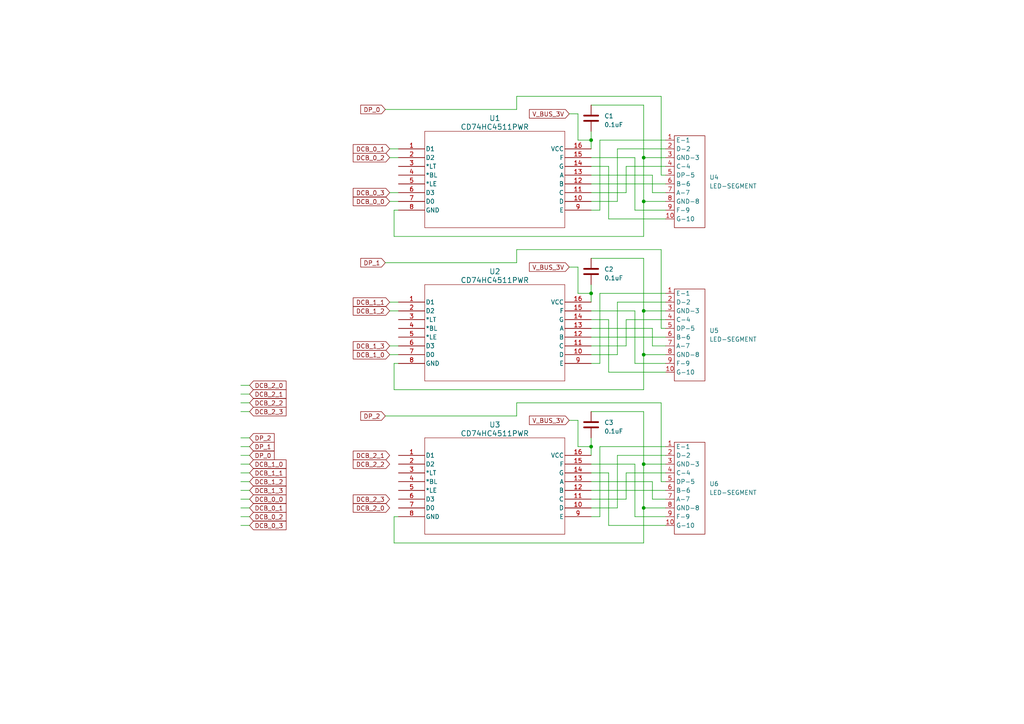
<source format=kicad_sch>
(kicad_sch (version 20230121) (generator eeschema)
  (paper "A4")
  (lib_symbols
    (symbol "CD74HC4511PWR:CD74HC4511PWR" (pin_names (offset 0.254))
      (property "Reference" "U" (at 27.94 10.16 0))
      (property "Value" "CD74HC4511PWR" (at 27.94 7.62 0))
      (symbol "CD74HC4511PWR_0_1"
        (polyline (pts (xy 7.62 -22.86) (xy 48.26 -22.86)) (stroke (width 0.127)))
        (polyline (pts (xy 7.62 5.08) (xy 7.62 -22.86)) (stroke (width 0.127)))
        (polyline (pts (xy 48.26 -22.86) (xy 48.26 5.08)) (stroke (width 0.127)))
        (polyline (pts (xy 48.26 5.08) (xy 7.62 5.08)) (stroke (width 0.127)))
        (pin input line (at 0 0 0) (length 7.62) (name "D1") (number "1"))
        (pin output line (at 55.88 -15.24 180) (length 7.62) (name "D") (number "10"))
        (pin output line (at 55.88 -12.7 180) (length 7.62) (name "C") (number "11"))
        (pin output line (at 55.88 -10.16 180) (length 7.62) (name "B") (number "12"))
        (pin output line (at 55.88 -7.62 180) (length 7.62) (name "A") (number "13"))
        (pin output line (at 55.88 -5.08 180) (length 7.62) (name "G") (number "14"))
        (pin output line (at 55.88 -2.54 180) (length 7.62) (name "F") (number "15"))
        (pin power_in line (at 55.88 0 180) (length 7.62) (name "VCC") (number "16"))
        (pin input line (at 0 -2.54 0) (length 7.62) (name "D2") (number "2"))
        (pin input line (at 0 -5.08 0) (length 7.62) (name "*LT") (number "3"))
        (pin input line (at 0 -7.62 0) (length 7.62) (name "*BL") (number "4"))
        (pin input line (at 0 -10.16 0) (length 7.62) (name "*LE") (number "5"))
        (pin input line (at 0 -12.7 0) (length 7.62) (name "D3") (number "6"))
        (pin input line (at 0 -15.24 0) (length 7.62) (name "D0") (number "7"))
        (pin power_in line (at 0 -17.78 0) (length 7.62) (name "GND") (number "8"))
        (pin output line (at 55.88 -17.78 180) (length 7.62) (name "E") (number "9"))
      )
    )
    (symbol "Device:C" (pin_numbers hide) (pin_names (offset 0.254))
      (property "Reference" "C" (at 0.635 2.54 0))
      (property "Value" "C" (at 0.635 -2.54 0))
      (symbol "C_0_1"
        (polyline (pts (xy -2.032 -0.762) (xy 2.032 -0.762)) (stroke (width 0.508)))
        (polyline (pts (xy -2.032 0.762) (xy 2.032 0.762)) (stroke (width 0.508)))
      )
      (symbol "C_1_1"
        (pin passive line (at 0 3.81 270) (length 2.794) (name "~") (number "1"))
        (pin passive line (at 0 -3.81 90) (length 2.794) (name "~") (number "2"))
      )
    )
    (symbol "WEATHER:LED-SEGMENT"
      (property "Reference" "U" (at 0 16.51 0))
      (property "Value" "LED-SEGMENT" (at 15.24 -6.35 0))
      (symbol "LED-SEGMENT_0_1"
        (rectangle (start -3.81 13.97) (end 5.08 -12.7))
      )
      (symbol "LED-SEGMENT_1_1"
        (pin input line (at -6.35 12.7 0) (length 2.54) (name "E-1") (number "1"))
        (pin input line (at -6.35 -10.16 0) (length 2.54) (name "G-10") (number "10"))
        (pin input line (at -6.35 10.16 0) (length 2.54) (name "D-2") (number "2"))
        (pin input line (at -6.35 7.62 0) (length 2.54) (name "GND-3") (number "3"))
        (pin input line (at -6.35 5.08 0) (length 2.54) (name "C-4") (number "4"))
        (pin input line (at -6.35 2.54 0) (length 2.54) (name "DP-5") (number "5"))
        (pin input line (at -6.35 0 0) (length 2.54) (name "B-6") (number "6"))
        (pin input line (at -6.35 -2.54 0) (length 2.54) (name "A-7") (number "7"))
        (pin input line (at -6.35 -5.08 0) (length 2.54) (name "GND-8") (number "8"))
        (pin input line (at -6.35 -7.62 0) (length 2.54) (name "F-9") (number "9"))
      )
    )
  )
  (junction (at 171.45 85.09))
  (junction (at 186.69 45.72))
  (junction (at 186.69 90.17))
  (junction (at 171.45 40.64))
  (junction (at 186.69 58.42))
  (junction (at 186.69 147.32))
  (junction (at 171.45 129.54))
  (junction (at 186.69 134.62))
  (junction (at 186.69 102.87))
  (wire (pts (xy 167.64 121.92) (xy 167.64 129.54)))
  (wire (pts (xy 113.03 43.18) (xy 115.57 43.18)))
  (wire (pts (xy 173.99 129.54) (xy 193.04 129.54)))
  (wire (pts (xy 186.69 74.93) (xy 186.69 90.17)))
  (wire (pts (xy 191.77 116.84) (xy 149.86 116.84)))
  (wire (pts (xy 184.15 45.72) (xy 184.15 60.96)))
  (wire (pts (xy 181.61 48.26) (xy 193.04 48.26)))
  (wire (pts (xy 171.45 105.41) (xy 173.99 105.41)))
  (wire (pts (xy 176.53 63.5) (xy 193.04 63.5)))
  (wire (pts (xy 149.86 116.84) (xy 149.86 120.65)))
  (wire (pts (xy 176.53 152.4) (xy 193.04 152.4)))
  (wire (pts (xy 179.07 132.08) (xy 193.04 132.08)))
  (wire (pts (xy 176.53 48.26) (xy 176.53 63.5)))
  (wire (pts (xy 69.85 144.78) (xy 72.39 144.78)))
  (wire (pts (xy 113.03 55.88) (xy 115.57 55.88)))
  (wire (pts (xy 184.15 149.86) (xy 193.04 149.86)))
  (wire (pts (xy 165.1 77.47) (xy 167.64 77.47)))
  (wire (pts (xy 72.39 111.76) (xy 69.85 111.76)))
  (wire (pts (xy 186.69 68.58) (xy 186.69 58.42)))
  (wire (pts (xy 173.99 85.09) (xy 193.04 85.09)))
  (wire (pts (xy 69.85 147.32) (xy 72.39 147.32)))
  (wire (pts (xy 69.85 152.4) (xy 72.39 152.4)))
  (wire (pts (xy 171.45 50.8) (xy 189.23 50.8)))
  (wire (pts (xy 171.45 90.17) (xy 184.15 90.17)))
  (wire (pts (xy 69.85 142.24) (xy 72.39 142.24)))
  (wire (pts (xy 181.61 137.16) (xy 193.04 137.16)))
  (wire (pts (xy 179.07 87.63) (xy 193.04 87.63)))
  (wire (pts (xy 113.03 102.87) (xy 115.57 102.87)))
  (wire (pts (xy 181.61 144.78) (xy 181.61 137.16)))
  (wire (pts (xy 171.45 82.55) (xy 171.45 85.09)))
  (wire (pts (xy 176.53 92.71) (xy 176.53 107.95)))
  (wire (pts (xy 114.3 68.58) (xy 186.69 68.58)))
  (wire (pts (xy 111.76 120.65) (xy 149.86 120.65)))
  (wire (pts (xy 171.45 53.34) (xy 193.04 53.34)))
  (wire (pts (xy 167.64 85.09) (xy 171.45 85.09)))
  (wire (pts (xy 171.45 38.1) (xy 171.45 40.64)))
  (wire (pts (xy 171.45 139.7) (xy 189.23 139.7)))
  (wire (pts (xy 114.3 105.41) (xy 114.3 113.03)))
  (wire (pts (xy 179.07 58.42) (xy 179.07 43.18)))
  (wire (pts (xy 184.15 90.17) (xy 184.15 105.41)))
  (wire (pts (xy 167.64 77.47) (xy 167.64 85.09)))
  (wire (pts (xy 165.1 33.02) (xy 167.64 33.02)))
  (wire (pts (xy 189.23 139.7) (xy 189.23 144.78)))
  (wire (pts (xy 171.45 142.24) (xy 193.04 142.24)))
  (wire (pts (xy 179.07 102.87) (xy 179.07 87.63)))
  (wire (pts (xy 149.86 27.94) (xy 149.86 31.75)))
  (wire (pts (xy 113.03 90.17) (xy 115.57 90.17)))
  (wire (pts (xy 189.23 55.88) (xy 193.04 55.88)))
  (wire (pts (xy 184.15 134.62) (xy 184.15 149.86)))
  (wire (pts (xy 171.45 147.32) (xy 179.07 147.32)))
  (wire (pts (xy 72.39 114.3) (xy 69.85 114.3)))
  (wire (pts (xy 181.61 100.33) (xy 181.61 92.71)))
  (wire (pts (xy 171.45 30.48) (xy 186.69 30.48)))
  (wire (pts (xy 193.04 139.7) (xy 191.77 139.7)))
  (wire (pts (xy 193.04 50.8) (xy 191.77 50.8)))
  (wire (pts (xy 193.04 90.17) (xy 186.69 90.17)))
  (wire (pts (xy 191.77 116.84) (xy 191.77 139.7)))
  (wire (pts (xy 167.64 129.54) (xy 171.45 129.54)))
  (wire (pts (xy 189.23 50.8) (xy 189.23 55.88)))
  (wire (pts (xy 114.3 60.96) (xy 114.3 68.58)))
  (wire (pts (xy 171.45 74.93) (xy 186.69 74.93)))
  (wire (pts (xy 171.45 85.09) (xy 171.45 87.63)))
  (wire (pts (xy 191.77 72.39) (xy 191.77 95.25)))
  (wire (pts (xy 167.64 33.02) (xy 167.64 40.64)))
  (wire (pts (xy 171.45 55.88) (xy 181.61 55.88)))
  (wire (pts (xy 69.85 139.7) (xy 72.39 139.7)))
  (wire (pts (xy 171.45 129.54) (xy 171.45 132.08)))
  (wire (pts (xy 111.76 31.75) (xy 149.86 31.75)))
  (wire (pts (xy 171.45 95.25) (xy 189.23 95.25)))
  (wire (pts (xy 181.61 55.88) (xy 181.61 48.26)))
  (wire (pts (xy 186.69 58.42) (xy 193.04 58.42)))
  (wire (pts (xy 171.45 102.87) (xy 179.07 102.87)))
  (wire (pts (xy 69.85 127) (xy 72.39 127)))
  (wire (pts (xy 193.04 95.25) (xy 191.77 95.25)))
  (wire (pts (xy 191.77 72.39) (xy 149.86 72.39)))
  (wire (pts (xy 171.45 100.33) (xy 181.61 100.33)))
  (wire (pts (xy 171.45 45.72) (xy 184.15 45.72)))
  (wire (pts (xy 115.57 149.86) (xy 114.3 149.86)))
  (wire (pts (xy 113.03 58.42) (xy 115.57 58.42)))
  (wire (pts (xy 173.99 105.41) (xy 173.99 85.09)))
  (wire (pts (xy 189.23 95.25) (xy 189.23 100.33)))
  (wire (pts (xy 179.07 147.32) (xy 179.07 132.08)))
  (wire (pts (xy 186.69 102.87) (xy 193.04 102.87)))
  (wire (pts (xy 184.15 60.96) (xy 193.04 60.96)))
  (wire (pts (xy 171.45 127) (xy 171.45 129.54)))
  (wire (pts (xy 186.69 134.62) (xy 186.69 147.32)))
  (wire (pts (xy 165.1 121.92) (xy 167.64 121.92)))
  (wire (pts (xy 115.57 60.96) (xy 114.3 60.96)))
  (wire (pts (xy 171.45 92.71) (xy 176.53 92.71)))
  (wire (pts (xy 189.23 144.78) (xy 193.04 144.78)))
  (wire (pts (xy 191.77 27.94) (xy 191.77 50.8)))
  (wire (pts (xy 193.04 45.72) (xy 186.69 45.72)))
  (wire (pts (xy 149.86 72.39) (xy 149.86 76.2)))
  (wire (pts (xy 69.85 132.08) (xy 72.39 132.08)))
  (wire (pts (xy 186.69 119.38) (xy 186.69 134.62)))
  (wire (pts (xy 171.45 137.16) (xy 176.53 137.16)))
  (wire (pts (xy 176.53 107.95) (xy 193.04 107.95)))
  (wire (pts (xy 179.07 43.18) (xy 193.04 43.18)))
  (wire (pts (xy 173.99 60.96) (xy 173.99 40.64)))
  (wire (pts (xy 181.61 92.71) (xy 193.04 92.71)))
  (wire (pts (xy 115.57 105.41) (xy 114.3 105.41)))
  (wire (pts (xy 113.03 87.63) (xy 115.57 87.63)))
  (wire (pts (xy 176.53 137.16) (xy 176.53 152.4)))
  (wire (pts (xy 69.85 134.62) (xy 72.39 134.62)))
  (wire (pts (xy 171.45 48.26) (xy 176.53 48.26)))
  (wire (pts (xy 173.99 149.86) (xy 173.99 129.54)))
  (wire (pts (xy 186.69 45.72) (xy 186.69 58.42)))
  (wire (pts (xy 189.23 100.33) (xy 193.04 100.33)))
  (wire (pts (xy 191.77 27.94) (xy 149.86 27.94)))
  (wire (pts (xy 72.39 116.84) (xy 69.85 116.84)))
  (wire (pts (xy 171.45 40.64) (xy 171.45 43.18)))
  (wire (pts (xy 111.76 76.2) (xy 149.86 76.2)))
  (wire (pts (xy 186.69 30.48) (xy 186.69 45.72)))
  (wire (pts (xy 171.45 119.38) (xy 186.69 119.38)))
  (wire (pts (xy 193.04 134.62) (xy 186.69 134.62)))
  (wire (pts (xy 167.64 40.64) (xy 171.45 40.64)))
  (wire (pts (xy 69.85 129.54) (xy 72.39 129.54)))
  (wire (pts (xy 186.69 90.17) (xy 186.69 102.87)))
  (wire (pts (xy 186.69 113.03) (xy 186.69 102.87)))
  (wire (pts (xy 171.45 58.42) (xy 179.07 58.42)))
  (wire (pts (xy 171.45 97.79) (xy 193.04 97.79)))
  (wire (pts (xy 173.99 40.64) (xy 193.04 40.64)))
  (wire (pts (xy 171.45 144.78) (xy 181.61 144.78)))
  (wire (pts (xy 114.3 113.03) (xy 186.69 113.03)))
  (wire (pts (xy 171.45 60.96) (xy 173.99 60.96)))
  (wire (pts (xy 171.45 149.86) (xy 173.99 149.86)))
  (wire (pts (xy 69.85 149.86) (xy 72.39 149.86)))
  (wire (pts (xy 186.69 147.32) (xy 193.04 147.32)))
  (wire (pts (xy 113.03 45.72) (xy 115.57 45.72)))
  (wire (pts (xy 72.39 119.38) (xy 69.85 119.38)))
  (wire (pts (xy 114.3 149.86) (xy 114.3 157.48)))
  (wire (pts (xy 114.3 157.48) (xy 186.69 157.48)))
  (wire (pts (xy 171.45 134.62) (xy 184.15 134.62)))
  (wire (pts (xy 184.15 105.41) (xy 193.04 105.41)))
  (wire (pts (xy 69.85 137.16) (xy 72.39 137.16)))
  (wire (pts (xy 113.03 100.33) (xy 115.57 100.33)))
  (wire (pts (xy 186.69 157.48) (xy 186.69 147.32)))
  (global_label "DCB_0_2" (shape input) (at 113.03 45.72 180) (property "Intersheetrefs" "${INTERSHEET_REFS}" (effects hide)))
  (global_label "DP_0" (shape input) (at 111.76 31.75 180) (property "Intersheetrefs" "${INTERSHEET_REFS}" (effects hide)))
  (global_label "DP_1" (shape input) (at 72.39 129.54 0) (property "Intersheetrefs" "${INTERSHEET_REFS}" (effects hide)))
  (global_label "DCB_0_2" (shape input) (at 72.39 149.86 0) (property "Intersheetrefs" "${INTERSHEET_REFS}" (effects hide)))
  (global_label "DCB_2_1" (shape input) (at 72.39 114.3 0) (property "Intersheetrefs" "${INTERSHEET_REFS}" (effects hide)))
  (global_label "DCB_0_0" (shape input) (at 113.03 58.42 180) (property "Intersheetrefs" "${INTERSHEET_REFS}" (effects hide)))
  (global_label "DCB_2_2" (shape input) (at 113.03 134.62 180) (property "Intersheetrefs" "${INTERSHEET_REFS}" (effects hide)))
  (global_label "DCB_0_3" (shape input) (at 113.03 55.88 180) (property "Intersheetrefs" "${INTERSHEET_REFS}" (effects hide)))
  (global_label "V_BUS_3V" (shape input) (at 165.1 77.47 180) (property "Intersheetrefs" "${INTERSHEET_REFS}" (effects hide)))
  (global_label "DCB_1_3" (shape input) (at 72.39 142.24 0) (property "Intersheetrefs" "${INTERSHEET_REFS}" (effects hide)))
  (global_label "DCB_2_1" (shape input) (at 113.03 132.08 180) (property "Intersheetrefs" "${INTERSHEET_REFS}" (effects hide)))
  (global_label "DCB_1_0" (shape input) (at 72.39 134.62 0) (property "Intersheetrefs" "${INTERSHEET_REFS}" (effects hide)))
  (global_label "DP_2" (shape input) (at 111.76 120.65 180) (property "Intersheetrefs" "${INTERSHEET_REFS}" (effects hide)))
  (global_label "V_BUS_3V" (shape input) (at 165.1 121.92 180) (property "Intersheetrefs" "${INTERSHEET_REFS}" (effects hide)))
  (global_label "DCB_1_2" (shape input) (at 113.03 90.17 180) (property "Intersheetrefs" "${INTERSHEET_REFS}" (effects hide)))
  (global_label "DCB_2_0" (shape input) (at 113.03 147.32 180) (property "Intersheetrefs" "${INTERSHEET_REFS}" (effects hide)))
  (global_label "DP_0" (shape input) (at 72.39 132.08 0) (property "Intersheetrefs" "${INTERSHEET_REFS}" (effects hide)))
  (global_label "DCB_2_3" (shape input) (at 72.39 119.38 0) (property "Intersheetrefs" "${INTERSHEET_REFS}" (effects hide)))
  (global_label "DCB_0_0" (shape input) (at 72.39 144.78 0) (property "Intersheetrefs" "${INTERSHEET_REFS}" (effects hide)))
  (global_label "V_BUS_3V" (shape input) (at 165.1 33.02 180) (property "Intersheetrefs" "${INTERSHEET_REFS}" (effects hide)))
  (global_label "DP_1" (shape input) (at 111.76 76.2 180) (property "Intersheetrefs" "${INTERSHEET_REFS}" (effects hide)))
  (global_label "DP_2" (shape input) (at 72.39 127 0) (property "Intersheetrefs" "${INTERSHEET_REFS}" (effects hide)))
  (global_label "DCB_1_2" (shape input) (at 72.39 139.7 0) (property "Intersheetrefs" "${INTERSHEET_REFS}" (effects hide)))
  (global_label "DCB_2_3" (shape input) (at 113.03 144.78 180) (property "Intersheetrefs" "${INTERSHEET_REFS}" (effects hide)))
  (global_label "DCB_0_1" (shape input) (at 72.39 147.32 0) (property "Intersheetrefs" "${INTERSHEET_REFS}" (effects hide)))
  (global_label "DCB_1_0" (shape input) (at 113.03 102.87 180) (property "Intersheetrefs" "${INTERSHEET_REFS}" (effects hide)))
  (global_label "DCB_0_1" (shape input) (at 113.03 43.18 180) (property "Intersheetrefs" "${INTERSHEET_REFS}" (effects hide)))
  (global_label "DCB_0_3" (shape input) (at 72.39 152.4 0) (property "Intersheetrefs" "${INTERSHEET_REFS}" (effects hide)))
  (global_label "DCB_2_2" (shape input) (at 72.39 116.84 0) (property "Intersheetrefs" "${INTERSHEET_REFS}" (effects hide)))
  (global_label "DCB_1_3" (shape input) (at 113.03 100.33 180) (property "Intersheetrefs" "${INTERSHEET_REFS}" (effects hide)))
  (global_label "DCB_1_1" (shape input) (at 72.39 137.16 0) (property "Intersheetrefs" "${INTERSHEET_REFS}" (effects hide)))
  (global_label "DCB_2_0" (shape input) (at 72.39 111.76 0) (property "Intersheetrefs" "${INTERSHEET_REFS}" (effects hide)))
  (global_label "DCB_1_1" (shape input) (at 113.03 87.63 180) (property "Intersheetrefs" "${INTERSHEET_REFS}" (effects hide)))
  (symbol (lib_id "WEATHER:LED-SEGMENT") (at 199.39 53.34 0) (unit 1)
    (property "Reference" "U4" (at 205.74 51.4349 0) (effects (justify left)))
    (property "Value" "LED-SEGMENT" (at 205.74 53.9749 0) (effects (justify left)))
  )
  (symbol (lib_id "Device:C") (at 171.45 34.29 0) (unit 1)
    (property "Reference" "C1" (at 175.26 33.655 0) (effects (justify left)))
    (property "Value" "0.1uF" (at 175.26 36.195 0) (effects (justify left)))
  )
  (symbol (lib_id "CD74HC4511PWR:CD74HC4511PWR") (at 115.57 43.18 0) (unit 1)
    (property "Reference" "U1" (at 143.51 34.29 0) (effects (font (size 1.524 1.524))))
    (property "Value" "CD74HC4511PWR" (at 143.51 36.83 0) (effects (font (size 1.524 1.524))))
    (property "Footprint" "PW16" (effects hide))
    (property "Datasheet" "CD74HC4511PWR" (effects hide))
  )
  (symbol (lib_id "WEATHER:LED-SEGMENT") (at 199.39 142.24 0) (unit 1)
    (property "Reference" "U6" (at 205.74 140.3349 0) (effects (justify left)))
    (property "Value" "LED-SEGMENT" (at 205.74 142.8749 0) (effects (justify left)))
  )
  (symbol (lib_id "CD74HC4511PWR:CD74HC4511PWR") (at 115.57 87.63 0) (unit 1)
    (property "Reference" "U2" (at 143.51 78.74 0) (effects (font (size 1.524 1.524))))
    (property "Value" "CD74HC4511PWR" (at 143.51 81.28 0) (effects (font (size 1.524 1.524))))
    (property "Footprint" "PW16" (effects hide))
    (property "Datasheet" "CD74HC4511PWR" (effects hide))
  )
  (symbol (lib_id "Device:C") (at 171.45 78.74 0) (unit 1)
    (property "Reference" "C2" (at 175.26 78.105 0) (effects (justify left)))
    (property "Value" "0.1uF" (at 175.26 80.645 0) (effects (justify left)))
  )
  (symbol (lib_id "WEATHER:LED-SEGMENT") (at 199.39 97.79 0) (unit 1)
    (property "Reference" "U5" (at 205.74 95.8849 0) (effects (justify left)))
    (property "Value" "LED-SEGMENT" (at 205.74 98.4249 0) (effects (justify left)))
  )
  (symbol (lib_id "Device:C") (at 171.45 123.19 0) (unit 1)
    (property "Reference" "C3" (at 175.26 122.555 0) (effects (justify left)))
    (property "Value" "0.1uF" (at 175.26 125.095 0) (effects (justify left)))
  )
  (symbol (lib_id "CD74HC4511PWR:CD74HC4511PWR") (at 115.57 132.08 0) (unit 1)
    (property "Reference" "U3" (at 143.51 123.19 0) (effects (font (size 1.524 1.524))))
    (property "Value" "CD74HC4511PWR" (at 143.51 125.73 0) (effects (font (size 1.524 1.524))))
    (property "Footprint" "PW16" (effects hide))
    (property "Datasheet" "CD74HC4511PWR" (effects hide))
  )
)
</source>
